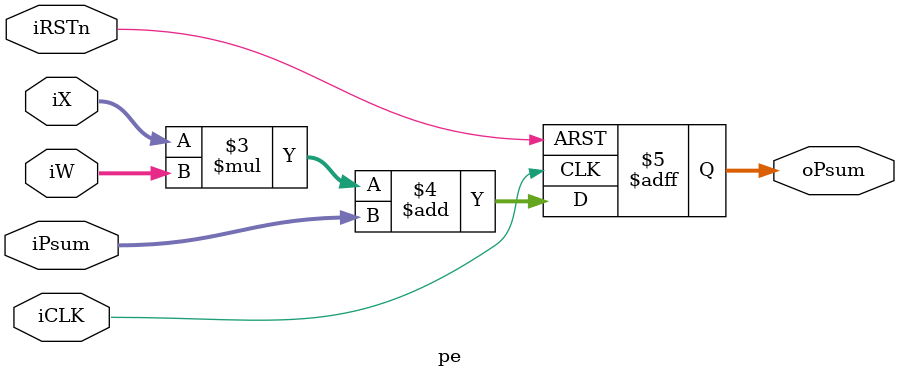
<source format=v>
module pe
#(parameter BW1=16, BW2_1=16)
		 (input iCLK,
		  input iRSTn,
		  input signed [7:0] iW,
		  input signed [7:0] iX,
		  input signed [BW1-1:0] iPsum,
		  output reg signed[BW2_1-1:0] oPsum
		 );



always @(posedge iCLK, negedge iRSTn)
begin
	if(!iRSTn)
		oPsum <= 0;

	else
		oPsum <= (iX*iW)+iPsum;
end
endmodule
		

</source>
